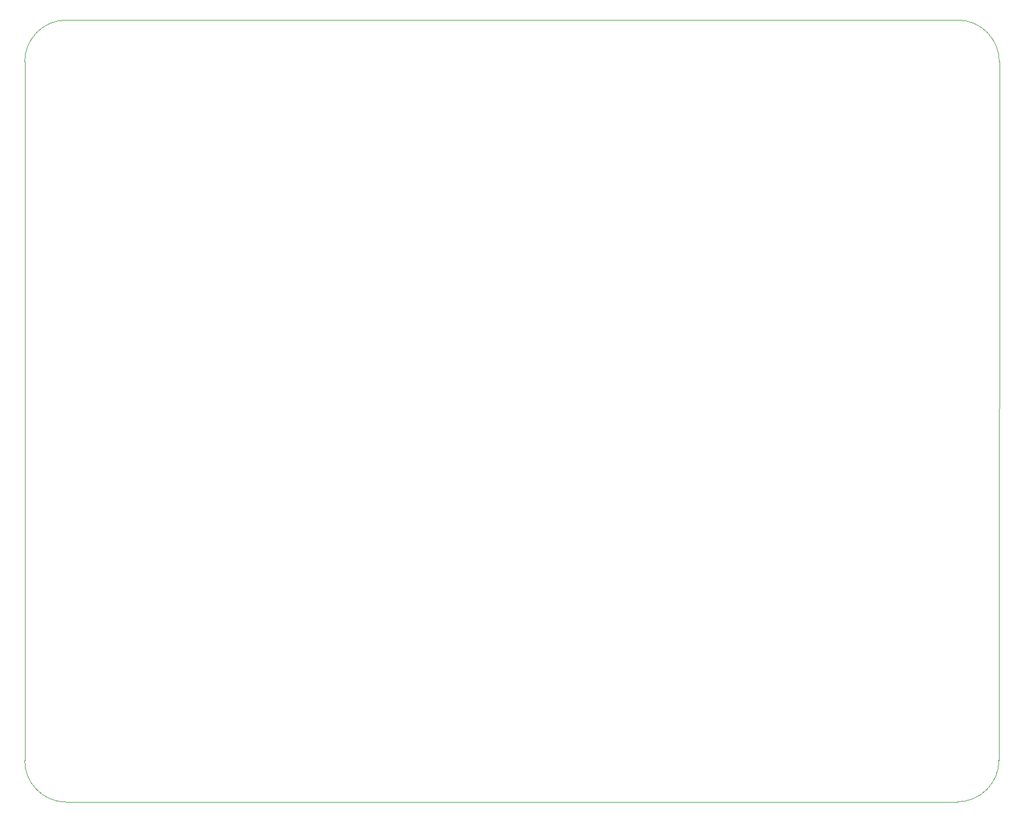
<source format=gm1>
G04 #@! TF.GenerationSoftware,KiCad,Pcbnew,(6.0.7)*
G04 #@! TF.CreationDate,2023-03-12T11:36:07-04:00*
G04 #@! TF.ProjectId,FlyBoxBoard,466c7942-6f78-4426-9f61-72642e6b6963,rev?*
G04 #@! TF.SameCoordinates,Original*
G04 #@! TF.FileFunction,Profile,NP*
%FSLAX46Y46*%
G04 Gerber Fmt 4.6, Leading zero omitted, Abs format (unit mm)*
G04 Created by KiCad (PCBNEW (6.0.7)) date 2023-03-12 11:36:07*
%MOMM*%
%LPD*%
G01*
G04 APERTURE LIST*
G04 #@! TA.AperFunction,Profile*
%ADD10C,0.100000*%
G04 #@! TD*
G04 APERTURE END LIST*
D10*
X165054873Y-129494873D02*
X165100000Y-22860000D01*
X158704873Y-135844873D02*
G75*
G03*
X165054873Y-129494873I27J6349973D01*
G01*
X22860000Y-135890000D02*
X158704873Y-135844873D01*
X158750000Y-16510000D02*
X22860000Y-16510000D01*
X16510000Y-22860000D02*
X16510000Y-129540000D01*
X165100000Y-22860000D02*
G75*
G03*
X158750000Y-16510000I-6350000J0D01*
G01*
X22860000Y-16510000D02*
G75*
G03*
X16510000Y-22860000I0J-6350000D01*
G01*
X16510000Y-129540000D02*
G75*
G03*
X22860000Y-135890000I6350000J0D01*
G01*
M02*

</source>
